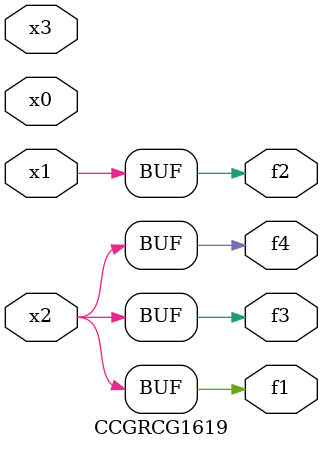
<source format=v>
module CCGRCG1619(
	input x0, x1, x2, x3,
	output f1, f2, f3, f4
);
	assign f1 = x2;
	assign f2 = x1;
	assign f3 = x2;
	assign f4 = x2;
endmodule

</source>
